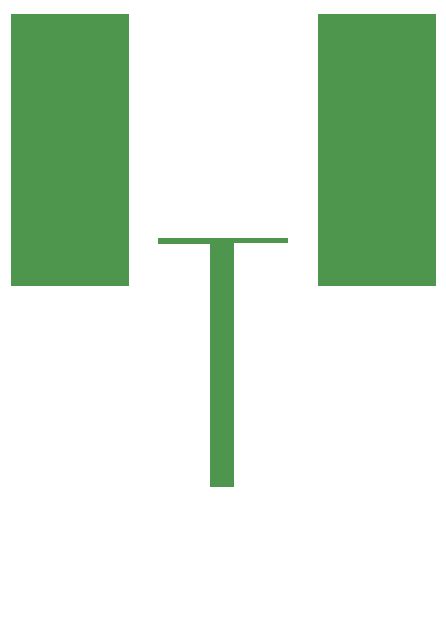
<source format=gbr>
G04 ===== Begin FILE IDENTIFICATION =====*
G04 File Format:  Gerber RS274X*
G04 ===== End FILE IDENTIFICATION =====*
%FSLAX24Y24*%
%MOMM*%
%SFA1.0000B1.0000*%
%OFA0.0B0.0*%
%ADD14R,10.000000X23.000000*%
%LNcond*%
%IPPOS*%
%LPD*%
G75*
D14*
X130000Y85000D03*
X-130000D03*
G36*
G01X-41000Y11021D02*
G01Y11000D01*
G01X-55000D01*
G01Y6060D01*
G01X-11000D01*
G01Y-200000D01*
G01X9000D01*
G01Y6276D01*
G01X55000D01*
G01Y11021D01*
G01X-41000D01*
G37*
M02*


</source>
